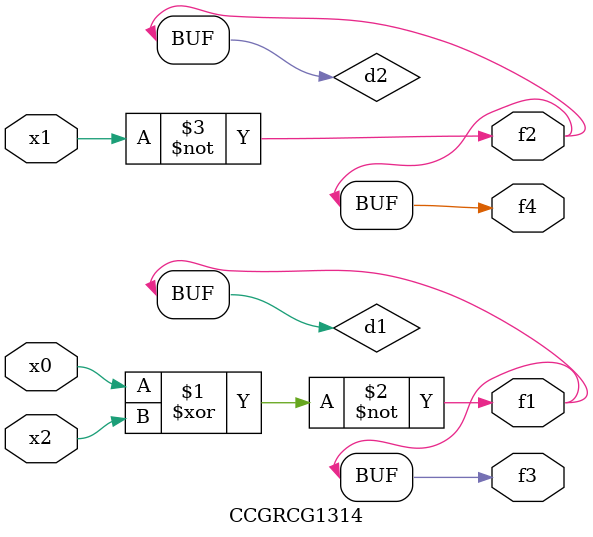
<source format=v>
module CCGRCG1314(
	input x0, x1, x2,
	output f1, f2, f3, f4
);

	wire d1, d2, d3;

	xnor (d1, x0, x2);
	nand (d2, x1);
	nor (d3, x1, x2);
	assign f1 = d1;
	assign f2 = d2;
	assign f3 = d1;
	assign f4 = d2;
endmodule

</source>
